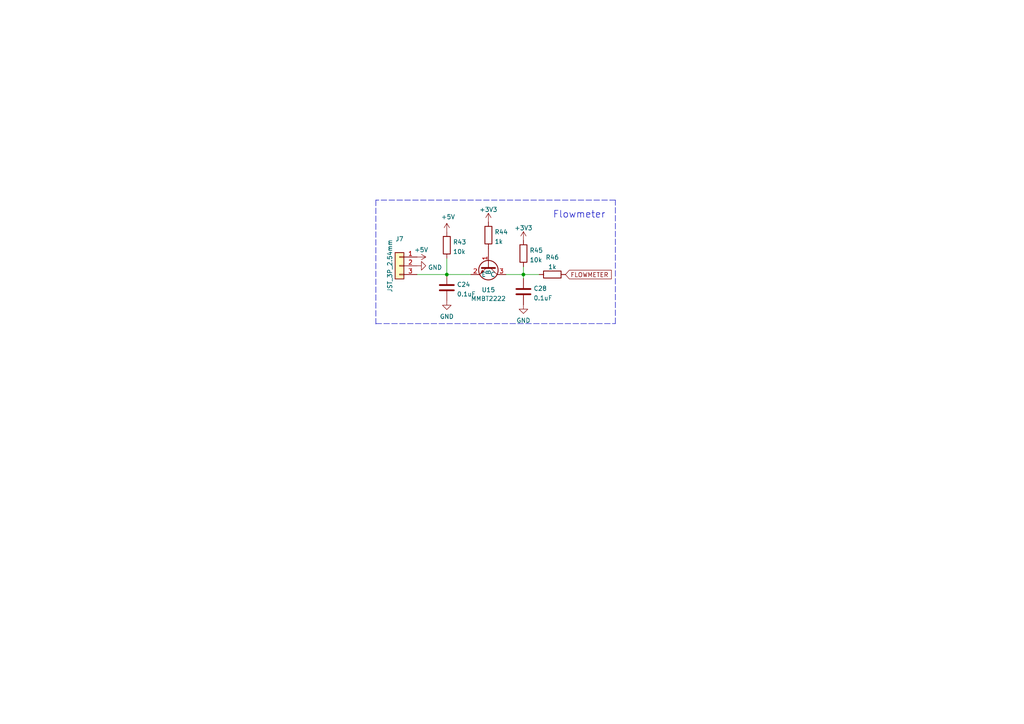
<source format=kicad_sch>
(kicad_sch (version 20211123) (generator eeschema)
  (paper "A4")
  (lib_symbols
    (symbol "Connector_Generic:Conn_01x03" (pin_names (offset 1.016) hide)
      (property "Reference" "J" (at 0 5.08 0))
      (property "Value" "Conn_01x03" (at 0 -5.08 0))
      (symbol "Conn_01x03_1_1"
        (rectangle (start -1.27 -2.413) (end 0 -2.667) (stroke (width 0.1524)))
        (rectangle (start -1.27 0.127) (end 0 -0.127) (stroke (width 0.1524)))
        (rectangle (start -1.27 2.667) (end 0 2.413) (stroke (width 0.1524)))
        (rectangle (start -1.27 3.81) (end 1.27 -3.81) (stroke (width 0.254)) (fill (type background)))
        (pin passive line (at -5.08 2.54 0) (length 3.81) (name "Pin_1") (number "1"))
        (pin passive line (at -5.08 0 0) (length 3.81) (name "Pin_2") (number "2"))
        (pin passive line (at -5.08 -2.54 0) (length 3.81) (name "Pin_3") (number "3"))
      )
    )
    (symbol "Device:C" (pin_numbers hide) (pin_names (offset 0.254))
      (property "Reference" "C" (at 0.635 2.54 0))
      (property "Value" "C" (at 0.635 -2.54 0))
      (symbol "C_0_1"
        (polyline (pts (xy -2.032 -0.762) (xy 2.032 -0.762)) (stroke (width 0.508)))
        (polyline (pts (xy -2.032 0.762) (xy 2.032 0.762)) (stroke (width 0.508)))
      )
      (symbol "C_1_1"
        (pin passive line (at 0 3.81 270) (length 2.794) (name "~") (number "1"))
        (pin passive line (at 0 -3.81 90) (length 2.794) (name "~") (number "2"))
      )
    )
    (symbol "Device:R" (pin_numbers hide) (pin_names (offset 0))
      (property "Reference" "R" (at 2.032 0 90))
      (property "Value" "R" (at 0 0 90))
      (symbol "R_0_1"
        (rectangle (start -1.016 -2.54) (end 1.016 2.54) (stroke (width 0.254)))
      )
      (symbol "R_1_1"
        (pin passive line (at 0 3.81 270) (length 1.27) (name "~") (number "1"))
        (pin passive line (at 0 -3.81 90) (length 1.27) (name "~") (number "2"))
      )
    )
    (symbol "Symbols:MMBT2222"
      (property "Reference" "U" (at 5.08 -1.27 0))
      (property "Value" "MMBT2222" (at 8.89 1.27 0))
      (symbol "MMBT2222_0_1"
        (polyline (pts (xy 0.635 0.635) (xy 2.54 2.54)))
        (polyline (pts (xy 0.635 -0.635) (xy 2.54 -2.54) (xy 2.54 -2.54)))
        (polyline (pts (xy 0.635 1.905) (xy 0.635 -1.905) (xy 0.635 -1.905)) (stroke (width 0.508)))
        (polyline (pts (xy 1.27 -1.778) (xy 1.778 -1.27) (xy 2.286 -2.286) (xy 1.27 -1.778) (xy 1.27 -1.778)) (fill (type outline)))
        (circle (center 1.27 0) (radius 2.8194) (stroke (width 0.254)))
      )
      (symbol "MMBT2222_1_1"
        (pin passive line (at -5.08 0 0) (length 5.715) (name "B") (number "1"))
        (pin passive line (at 2.54 -5.08 90) (length 2.54) (name "E") (number "2"))
        (pin passive line (at 2.54 5.08 270) (length 2.54) (name "C") (number "3"))
      )
    )
    (symbol "power:+3V3" (power) (pin_names (offset 0))
      (property "Value" "+3V3" (at 0 3.556 0))
      (symbol "+3V3_0_1"
        (polyline (pts (xy -0.762 1.27) (xy 0 2.54)))
        (polyline (pts (xy 0 0) (xy 0 2.54)))
        (polyline (pts (xy 0 2.54) (xy 0.762 1.27)))
      )
      (symbol "+3V3_1_1"
        (pin power_in line (at 0 0 90) (length 0) hide (name "+3V3") (number "1"))
      )
    )
    (symbol "power:+5V" (power) (pin_names (offset 0))
      (property "Value" "+5V" (at 0 3.556 0))
      (symbol "+5V_0_1"
        (polyline (pts (xy -0.762 1.27) (xy 0 2.54)))
        (polyline (pts (xy 0 0) (xy 0 2.54)))
        (polyline (pts (xy 0 2.54) (xy 0.762 1.27)))
      )
      (symbol "+5V_1_1"
        (pin power_in line (at 0 0 90) (length 0) hide (name "+5V") (number "1"))
      )
    )
    (symbol "power:GND" (power) (pin_names (offset 0))
      (property "Value" "GND" (at 0 -3.81 0))
      (symbol "GND_0_1"
        (polyline (pts (xy 0 0) (xy 0 -1.27) (xy 1.27 -1.27) (xy 0 -2.54) (xy -1.27 -1.27) (xy 0 -1.27)))
      )
      (symbol "GND_1_1"
        (pin power_in line (at 0 0 270) (length 0) hide (name "GND") (number "1"))
      )
    )
  )
  (junction (at 129.5908 79.629))
  (junction (at 151.8158 79.629))
  (wire (pts (xy 129.5908 79.629) (xy 136.5758 79.629)))
  (polyline (pts (xy 109.0168 93.853) (xy 178.4858 93.853)))
  (polyline (pts (xy 109.0168 58.039) (xy 109.0168 93.98)))
  (wire (pts (xy 120.9548 79.629) (xy 129.5908 79.629)))
  (wire (pts (xy 151.8158 79.629) (xy 156.3878 79.629)))
  (polyline (pts (xy 178.4858 93.853) (xy 178.4858 58.039)))
  (wire (pts (xy 151.8158 79.629) (xy 151.8158 80.772)))
  (polyline (pts (xy 178.4858 58.039) (xy 109.0168 58.039)))
  (wire (pts (xy 151.8158 79.629) (xy 151.8158 77.343)))
  (wire (pts (xy 146.7358 79.629) (xy 151.8158 79.629)))
  (wire (pts (xy 129.5908 79.629) (xy 129.5908 74.93)))
  (text "Flowmeter" (at 160.3248 63.5 0) (effects (font (size 2 2)) (justify left bottom)))
  (global_label "FLOWMETER" (shape input) (at 164.0078 79.629 0) (property "Intersheet References" "${INTERSHEET_REFS}" (effects hide)))
  (symbol (lib_id "Device:C") (at 129.5908 83.439 180) (unit 1)
    (property "Reference" "C24" (at 132.5118 82.5305 0) (effects (justify right)))
    (property "Value" "0.1uF" (at 132.5118 85.3056 0) (effects (justify right)))
    (property "Footprint" "Capacitor_SMD:C_0603_1608Metric" (effects hide))
  )
  (symbol (lib_id "Symbols:MMBT2222") (at 141.6558 77.089 270) (unit 1)
    (property "Reference" "U15" (at 141.6558 84.074 90))
    (property "Value" "MMBT2222" (at 141.6558 86.614 90))
    (property "Footprint" "Package_TO_SOT_SMD:SOT-23" (effects hide))
  )
  (symbol (lib_id "power:+3V3") (at 141.6558 64.389 0) (unit 1)
    (property "Reference" "#PWR0175" (effects hide))
    (property "Value" "+3V3" (at 141.6558 60.7845 0))
  )
  (symbol (lib_id "Connector_Generic:Conn_01x03") (at 115.8748 77.089 0) (mirror y) (unit 1)
    (property "Reference" "J7" (at 115.8748 69.3125 0))
    (property "Value" "JST_3P_2.54mm" (at 113.0808 77.1144 90))
    (property "Footprint" "Footprint:JST_2.54_3P" (effects hide))
  )
  (symbol (lib_id "power:+3V3") (at 151.8158 69.723 0) (unit 1)
    (property "Reference" "#PWR0173" (effects hide))
    (property "Value" "+3V3" (at 151.8158 66.1185 0))
  )
  (symbol (lib_id "power:GND") (at 120.9548 77.089 90) (unit 1)
    (property "Reference" "#PWR0169" (effects hide))
    (property "Value" "GND" (at 124.1298 77.568 90) (effects (justify right)))
  )
  (symbol (lib_id "power:+5V") (at 129.5908 67.31 0) (unit 1)
    (property "Reference" "#PWR0174" (effects hide))
    (property "Value" "+5V" (at 129.9718 62.9158 0))
  )
  (symbol (lib_id "power:GND") (at 151.8158 88.392 0) (unit 1)
    (property "Reference" "#PWR0171" (effects hide))
    (property "Value" "GND" (at 151.8158 92.9545 0))
  )
  (symbol (lib_id "Device:R") (at 129.5908 71.12 0) (unit 1)
    (property "Reference" "R43" (at 131.3688 70.2115 0) (effects (justify left)))
    (property "Value" "10k" (at 131.3688 72.9866 0) (effects (justify left)))
    (property "Footprint" "Resistor_SMD:R_0603_1608Metric" (effects hide))
  )
  (symbol (lib_id "Device:C") (at 151.8158 84.582 180) (unit 1)
    (property "Reference" "C28" (at 154.7368 83.6735 0) (effects (justify right)))
    (property "Value" "0.1uF" (at 154.7368 86.4486 0) (effects (justify right)))
    (property "Footprint" "Capacitor_SMD:C_0603_1608Metric" (effects hide))
  )
  (symbol (lib_id "Device:R") (at 141.6558 68.199 0) (unit 1)
    (property "Reference" "R44" (at 143.4338 67.2905 0) (effects (justify left)))
    (property "Value" "1k" (at 143.4338 70.0656 0) (effects (justify left)))
    (property "Footprint" "Resistor_SMD:R_0603_1608Metric" (effects hide))
  )
  (symbol (lib_id "Device:R") (at 151.8158 73.533 0) (unit 1)
    (property "Reference" "R45" (at 153.5938 72.6245 0) (effects (justify left)))
    (property "Value" "10k" (at 153.5938 75.3996 0) (effects (justify left)))
    (property "Footprint" "Resistor_SMD:R_0603_1608Metric" (effects hide))
  )
  (symbol (lib_id "power:+5V") (at 120.9548 74.549 270) (unit 1)
    (property "Reference" "#PWR0170" (effects hide))
    (property "Value" "+5V" (at 122.174 72.4662 90))
  )
  (symbol (lib_id "Device:R") (at 160.1978 79.629 90) (unit 1)
    (property "Reference" "R46" (at 160.1978 74.6465 90))
    (property "Value" "1k" (at 160.1978 77.4216 90))
    (property "Footprint" "Resistor_SMD:R_0603_1608Metric" (effects hide))
  )
  (symbol (lib_id "power:GND") (at 129.5908 87.249 0) (unit 1)
    (property "Reference" "#PWR0172" (effects hide))
    (property "Value" "GND" (at 129.5908 91.8115 0))
  )
)
</source>
